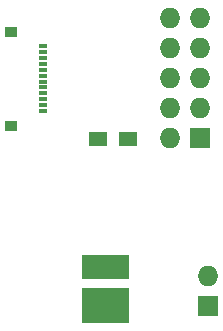
<source format=gts>
G04 #@! TF.FileFunction,Soldermask,Top*
%FSLAX46Y46*%
G04 Gerber Fmt 4.6, Leading zero omitted, Abs format (unit mm)*
G04 Created by KiCad (PCBNEW 0.201510090346+6256~30~ubuntu14.04.1-product) date Son 11 Okt 2015 11:49:56 CEST*
%MOMM*%
G01*
G04 APERTURE LIST*
%ADD10C,0.200000*%
%ADD11R,1.000000X1.000000*%
%ADD12R,0.800000X0.300000*%
%ADD13R,1.000000X0.950000*%
%ADD14R,1.727200X1.727200*%
%ADD15O,1.727200X1.727200*%
%ADD16R,1.500000X1.250000*%
G04 APERTURE END LIST*
D10*
D11*
X141502000Y-110700000D03*
X141502000Y-109700000D03*
X141502000Y-108700000D03*
X144502000Y-110700000D03*
X144502000Y-109700000D03*
X144502000Y-108700000D03*
X143502000Y-110700000D03*
X143502000Y-109700000D03*
X143502000Y-108700000D03*
X142502000Y-108700000D03*
X142502000Y-110700000D03*
X142502000Y-106950000D03*
X143502000Y-106950000D03*
X141502000Y-106950000D03*
X144502000Y-106950000D03*
X141502000Y-105950000D03*
X142502000Y-105950000D03*
X143502000Y-105950000D03*
X142502000Y-109700000D03*
X144502000Y-105950000D03*
D12*
X137700000Y-87750000D03*
X137700000Y-88250000D03*
X137700000Y-88750000D03*
X137700000Y-89250000D03*
X137700000Y-89750000D03*
X137700000Y-90250000D03*
X137700000Y-90750000D03*
X137700000Y-91250000D03*
X137700000Y-91750000D03*
X137700000Y-92250000D03*
X137700000Y-92750000D03*
X137700000Y-93250000D03*
D13*
X135000000Y-86525000D03*
X135000000Y-94475000D03*
D14*
X151000000Y-95500000D03*
D15*
X148460000Y-95500000D03*
X151000000Y-92960000D03*
X148460000Y-92960000D03*
X151000000Y-90420000D03*
X148460000Y-90420000D03*
X151000000Y-87880000D03*
X148460000Y-87880000D03*
X151000000Y-85340000D03*
X148460000Y-85340000D03*
D16*
X144850000Y-95600000D03*
X142350000Y-95600000D03*
D14*
X151638000Y-109728000D03*
D15*
X151638000Y-107188000D03*
M02*

</source>
